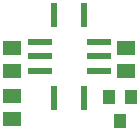
<source format=gbr>
G04 EAGLE Gerber RS-274X export*
G75*
%MOMM*%
%FSLAX34Y34*%
%LPD*%
%INSolderpaste Top*%
%IPPOS*%
%AMOC8*
5,1,8,0,0,1.08239X$1,22.5*%
G01*
%ADD10R,2.000000X0.600000*%
%ADD11R,0.600000X2.000000*%
%ADD12R,1.500000X1.300000*%
%ADD13R,1.000000X1.200000*%


D10*
X38500Y116640D03*
X38500Y104140D03*
X38500Y91640D03*
D11*
X50800Y69140D03*
X76200Y69140D03*
D10*
X88500Y91640D03*
X88500Y104140D03*
X88500Y116640D03*
D11*
X76200Y139140D03*
X50800Y139140D03*
D12*
X15240Y111100D03*
X15240Y92100D03*
X15240Y51460D03*
X15240Y70460D03*
D13*
X106680Y49690D03*
X97180Y69690D03*
X116180Y69690D03*
D12*
X111760Y92100D03*
X111760Y111100D03*
M02*

</source>
